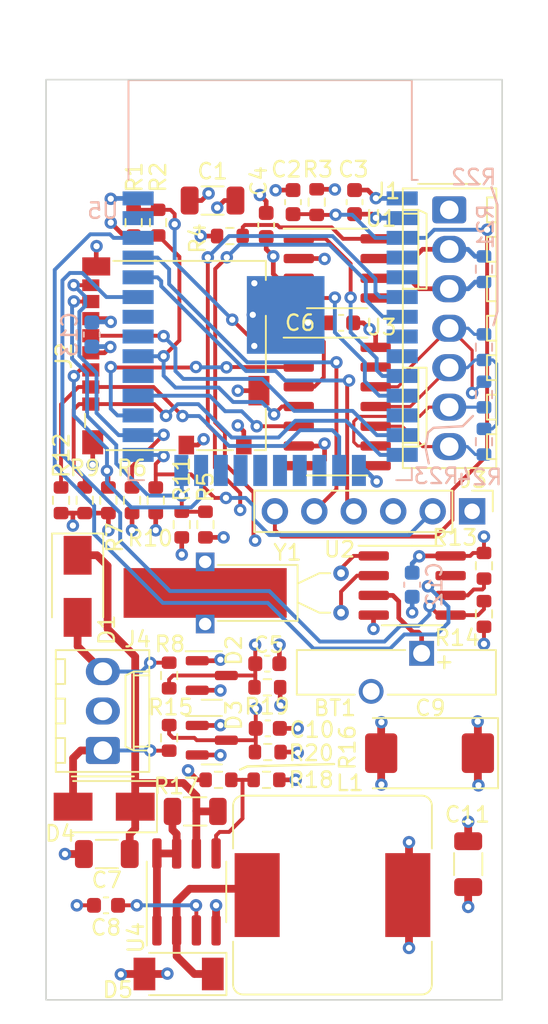
<source format=kicad_pcb>
(kicad_pcb (version 20211014) (generator pcbnew)
  (layers (0 "F.Cu" signal) (1 "In1.Cu" mixed) (2 "In2.Cu" mixed) (31 "B.Cu" signal) (34 "B.Paste" user) (35 "F.Paste" user) (36 "B.SilkS" user "B.Silkscreen") (37 "F.SilkS" user "F.Silkscreen") (38 "B.Mask" user) (39 "F.Mask" user) (44 "Edge.Cuts" user))
  (net 0 "")
  (net 1 "GND")
  (net 2 "Net-(BT1-Pad1)")
  (net 3 "Net-(C5-Pad2)")
  (net 4 "/~{RST}")
  (net 5 "+3V3")
  (net 6 "Net-(C7-Pad1)")
  (net 7 "Net-(D1-Pad2)")
  (net 8 "/IO0")
  (net 9 "/Rx")
  (net 10 "/Tx")
  (net 11 "/SDMMC.D2")
  (net 12 "/SDMMC.D1")
  (net 13 "/SDMMC.D3")
  (net 14 "/SDMMC.CMD")
  (net 15 "/SDMMC.CLK")
  (net 16 "/SDMMC.D0")
  (net 17 "Net-(R13-Pad1)")
  (net 18 "Net-(R16-Pad2)")
  (net 19 "Net-(U2-Pad2)")
  (net 20 "/CAN_D")
  (net 21 "/CAN_R")
  (net 23 "Net-(C8-Pad1)")
  (net 24 "Net-(C10-Pad2)")
  (net 25 "Net-(D4-Pad2)")
  (net 26 "Net-(D5-Pad1)")
  (net 27 "Net-(J1-Pad2)")
  (net 28 "Net-(J1-Pad3)")
  (net 29 "Net-(J1-Pad4)")
  (net 30 "Net-(J1-Pad5)")
  (net 31 "Net-(J1-Pad6)")
  (net 32 "Net-(J1-Pad7)")
  (net 33 "Net-(R2-Pad1)")
  (net 34 "Net-(R2-Pad2)")
  (net 35 "Net-(R4-Pad1)")
  (net 36 "Net-(R14-Pad1)")
  (net 37 "Net-(R17-Pad2)")
  (net 39 "Net-(U2-Pad1)")
  (net 41 "Net-(U3-Pad2)")
  (net 42 "Net-(U3-Pad5)")
  (footprint "Crystal:Crystal_AT310_D3.0mm_L10.0mm_Horizontal_1EP_style2" (layer "F.Cu") (at 147.1612 107.4016 -90)
    (fp_text reference "Y1")
    (fp_text value "32.768kHz")
  )
  (footprint "Capacitor_SMD:C_0603_1608Metric" (layer "F.Cu") (at 148.0312 83.5152 -90)
    (fp_text reference "C3")
    (fp_text value "100n")
  )
  (footprint "Resistor_SMD:R_0603_1608Metric" (layer "F.Cu") (at 130.6576 102.7072 -90)
    (fp_text reference "R9")
    (fp_text value "NF")
  )
  (footprint "Package_SO:SO-14_3.9x8.65mm_P1.27mm" (layer "F.Cu") (at 146.9136 96.6724)
    (fp_text reference "U3")
    (fp_text value "ISL83070")
  )
  (footprint "Resistor_SMD:R_0603_1608Metric" (layer "F.Cu") (at 136.906 104.2698 -90)
    (fp_text reference "R11")
    (fp_text value "10k")
  )
  (footprint "Resistor_SMD:R_0603_1608Metric" (layer "F.Cu") (at 145.5928 83.5152 90)
    (fp_text reference "R3")
    (fp_text value "51k")
  )
  (footprint "Package_TO_SOT_SMD:SOT-23" (layer "F.Cu") (at 138.8364 113.9848)
    (fp_text reference "D2")
    (fp_text value "BAS40-04")
  )
  (footprint "Capacitor_SMD:C_0603_1608Metric" (layer "F.Cu") (at 132.0292 128.778 180)
    (fp_text reference "C8")
    (fp_text value "220p")
  )
  (footprint "Resistor_SMD:R_0603_1608Metric" (layer "F.Cu") (at 140.0048 85.6996 180)
    (fp_text reference "R4")
    (fp_text value "10k")
  )
  (footprint "Connector_PinHeader_2.54mm:PinHeader_1x06_P2.54mm_Vertical" (layer "F.Cu") (at 155.6004 103.4184 -90)
    (fp_text reference "J3")
    (fp_text value "Conn_01x06")
  )
  (footprint "Capacitor_SMD:C_0603_1608Metric" (layer "F.Cu") (at 142.3416 84.9884 -90)
    (fp_text reference "C4")
    (fp_text value "100n")
  )
  (footprint "Resistor_SMD:R_0603_1608Metric" (layer "F.Cu") (at 129.1336 102.7072 -90)
    (fp_text reference "R12")
    (fp_text value "NF")
  )
  (footprint "Capacitor_SMD:C_0603_1608Metric" (layer "F.Cu") (at 144.0688 83.5152 -90)
    (fp_text reference "C2")
    (fp_text value "100n")
  )
  (footprint "Diode_SMD:D_SOD-128" (layer "F.Cu") (at 136.7028 133.1976 180)
    (fp_text reference "D5")
    (fp_text value "PMEG60T30ELP")
  )
  (footprint "Resistor_SMD:R_0603_1608Metric" (layer "F.Cu") (at 135.2296 102.7072 -90)
    (fp_text reference "R10")
    (fp_text value "10k")
  )
  (footprint "Resistor_SMD:R_1206_3216Metric" (layer "F.Cu") (at 137.7696 122.7328 180)
    (fp_text reference "R17")
    (fp_text value "0R4")
  )
  (footprint "MountingHole:MountingHole_2.2mm_M2_DIN965" (layer "F.Cu") (at 155.3464 132.6896)
    (fp_text reference "H4" hide)
    (fp_text value "MountingHole")
  )
  (footprint "Resistor_SMD:R_0603_1608Metric" (layer "F.Cu") (at 142.4432 118.9124 180)
    (fp_text reference "R20")
    (fp_text value "2k2")
  )
  (footprint "Resistor_SMD:R_0603_1608Metric" (layer "F.Cu") (at 142.4155 114.7468 180)
    (fp_text reference "R19")
    (fp_text value "2k2")
  )
  (footprint "Resistor_SMD:R_0603_1608Metric" (layer "F.Cu") (at 136.0932 113.9848 90)
    (fp_text reference "R8")
    (fp_text value "10k")
  )
  (footprint "Diode_SMD:D_SMA" (layer "F.Cu") (at 130.2004 108.2444 -90)
    (fp_text reference "D1")
    (fp_text value "MRA4003T3G")
  )
  (footprint "MountingHole:MountingHole_2.2mm_M2_DIN965" (layer "F.Cu") (at 130.3528 132.6896)
    (fp_text reference "H3" hide)
    (fp_text value "MountingHole")
  )
  (footprint "Package_SO:SOIC-8_3.9x4.9mm_P1.27mm" (layer "F.Cu") (at 151.7396 108.1936)
    (fp_text reference "U2")
    (fp_text value "PCF8523T")
  )
  (footprint "Inductor_SMD:L_Bourns_SRR1260" (layer "F.Cu") (at 146.6088 128.1176)
    (fp_text reference "L1")
    (fp_text value "100u")
  )
  (footprint "Resistor_SMD:R_0603_1608Metric" (layer "F.Cu") (at 132.1816 102.7072 -90)
    (fp_text reference "R7")
    (fp_text value "NF")
  )
  (footprint "Diode_SMD:D_SMA" (layer "F.Cu") (at 131.9088 122.428 180)
    (fp_text reference "D4")
    (fp_text value "MRA4003T3G")
  )
  (footprint "Capacitor_SMD:C_0603_1608Metric" (layer "F.Cu") (at 147.1676 91.2876)
    (fp_text reference "C6")
    (fp_text value "100n")
  )
  (footprint "Capacitor_Tantalum_SMD:CP_EIA-7343-31_Kemet-D" (layer "F.Cu") (at 152.8572 118.984 180)
    (fp_text reference "C9")
    (fp_text value "100u")
  )
  (footprint "MountingHole:MountingHole_2.2mm_M2_DIN965" (layer "F.Cu") (at 155.3464 77.8256)
    (fp_text reference "H2" hide)
    (fp_text value "MountingHole")
  )
  (footprint "Package_TO_SOT_SMD:SOT-23" (layer "F.Cu") (at 138.8364 118.1504)
    (fp_text reference "D3")
    (fp_text value "BAS40-04")
  )
  (footprint "Connector_Card:microSD_HC_Molex_104031-0811" (layer "F.Cu") (at 136.4996 93.4108 90)
    (fp_text reference "J2")
    (fp_text value "Molex_104031-0811")
  )
  (footprint "Battery:Battery_Panasonic_CR1220-VCN_Vertical_CircularHoles" (layer "F.Cu") (at 152.3486 112.5566 180)
    (fp_text reference "BT1")
    (fp_text value "BR1225")
  )
  (footprint "Capacitor_SMD:C_1206_3216Metric" (layer "F.Cu") (at 132.08 125.476 180)
    (fp_text reference "C7")
    (fp_text value "10u")
  )
  (footprint "Resistor_SMD:R_0603_1608Metric" (layer "F.Cu") (at 138.43 104.2698 -90)
    (fp_text reference "R5")
    (fp_text value "NF")
  )
  (footprint "Resistor_SMD:R_0603_1608Metric" (layer "F.Cu") (at 139.2682 120.7008)
    (fp_text reference "R16")
    (fp_text value "2k2")
  )
  (footprint "Capacitor_SMD:C_0603_1608Metric" (layer "F.Cu") (at 142.4155 113.2228 180)
    (fp_text reference "C5")
    (fp_text value "100n")
  )
  (footprint "Resistor_SMD:R_0603_1608Metric" (layer "F.Cu") (at 156.3624 106.9236 90)
    (fp_text reference "R13")
    (fp_text value "10k")
  )
  (footprint "Resistor_SMD:R_0603_1608Metric" (layer "F.Cu") (at 133.8072 84.836 -90)
    (fp_text reference "R1")
    (fp_text value "10k")
  )
  (footprint "Connector_Molex:Molex_KK-254_AE-6410-03A_1x03_P2.54mm_Vertical" (layer "F.Cu") (at 131.826 118.8108 90)
    (fp_text reference "J4")
    (fp_text value "Conn_01x03")
  )
  (footprint "Package_SO:SOIC-8_3.9x4.9mm_P1.27mm" (layer "F.Cu") (at 137.2108 127.9144 90)
    (fp_text reference "U4")
    (fp_text value "MC33063AD")
  )
  (footprint "Capacitor_SMD:C_0603_1608Metric" (layer "F.Cu") (at 142.4432 117.3884 180)
    (fp_text reference "C10")
    (fp_text value "100n")
  )
  (footprint "Resistor_SMD:R_0603_1608Metric" (layer "F.Cu") (at 136.0932 117.998 -90)
    (fp_text reference "R15")
    (fp_text value "10k")
  )
  (footprint "Resistor_SMD:R_0603_1608Metric" (layer "F.Cu") (at 142.3609 120.7008)
    (fp_text reference "R18")
    (fp_text value "3k6")
  )
  (footprint "Capacitor_SMD:C_1206_3216Metric" (layer "F.Cu") (at 155.3464 126.126 -90)
    (fp_text reference "C11")
    (fp_text value "10u")
  )
  (footprint "Capacitor_SMD:C_1206_3216Metric" (layer "F.Cu") (at 138.8872 83.4136 180)
    (fp_text reference "C1")
    (fp_text value "10u")
  )
  (footprint "Resistor_SMD:R_0603_1608Metric" (layer "F.Cu") (at 156.3624 110.0224 -90)
    (fp_text reference "R14")
    (fp_text value "10k")
  )
  (footprint "Package_SO:SOIC-8_3.9x4.9mm_P1.27mm" (layer "F.Cu") (at 146.9136 87.7824)
    (fp_text reference "U1")
    (fp_text value "SN65HVD230")
  )
  (footprint "Resistor_SMD:R_0603_1608Metric" (layer "F.Cu") (at 135.382 84.836 -90)
    (fp_text reference "R2")
    (fp_text value "NF")
  )
  (footprint "MountingHole:MountingHole_2.2mm_M2_DIN965" (layer "F.Cu") (at 130.3528 77.8256)
    (fp_text reference "H1" hide)
    (fp_text value "MountingHole")
  )
  (footprint "Connector_Molex:Molex_KK-254_AE-6410-07A_1x07_P2.54mm_Vertical" (layer "F.Cu") (at 154.1272 84.0128 -90)
    (fp_text reference "J1")
    (fp_text value "Conn_01x07")
  )
  (footprint "Resistor_SMD:R_0603_1608Metric" (layer "F.Cu") (at 133.7056 102.7072 -90)
    (fp_text reference "R6")
    (fp_text value "NF")
  )
  (footprint "Resistor_SMD:R_0603_1608Metric" (layer "B.Cu") (at 156.3624 87.8332 -90)
    (fp_text reference "R21")
    (fp_text value "120R")
  )
  (footprint "Capacitor_SMD:C_0603_1608Metric" (layer "B.Cu") (at 131.1148 92.0392 -90)
    (fp_text reference "C13")
    (fp_text value "100n")
  )
  (footprint "RF_Module:ESP32-WROOM-32" (layer "B.Cu") (at 142.5956 91.5312 180)
    (fp_text reference "U5")
    (fp_text value "ESP32-WROOM-32E")
  )
  (footprint "Resistor_SMD:R_0603_1608Metric" (layer "B.Cu") (at 156.3624 92.852 90)
    (fp_text reference "R22")
    (fp_text value "120R")
  )
  (footprint "Resistor_SMD:R_0603_1608Metric" (layer "B.Cu") (at 156.3624 95.9 -90)
    (fp_text reference "R23")
    (fp_text value "NF")
  )
  (footprint "Capacitor_SMD:C_0603_1608Metric" (layer "B.Cu") (at 151.7396 108.1428 90)
    (fp_text reference "C12")
    (fp_text value "100n")
  )
  (footprint "Resistor_SMD:R_0603_1608Metric" (layer "B.Cu") (at 156.3624 98.9358 -90)
    (fp_text reference "R24")
    (fp_text value "NF")
  )
  (gr_line (start 152.6032 99.314) (end 152.7556 98.3488) (layer "B.SilkS") (width 0.15))
  (gr_line (start 152.7556 98.3488) (end 153.1112 98.044) (layer "B.SilkS") (width 0.15))
  (gr_line (start 153.1112 98.044) (end 154.9908 97.9424) (layer "B.SilkS") (width 0.15))
  (gr_line (start 157.226 90.551) (end 156.972 91.44) (layer "B.SilkS") (width 0.15))
  (gr_line (start 152.8064 100.33) (end 152.6032 99.314) (layer "B.SilkS") (width 0.15))
  (gr_line (start 156.845 82.55) (end 157.226 83.693) (layer "B.SilkS") (width 0.15))
  (gr_line (start 154.9908 97.9424) (end 155.6512 97.282) (layer "B.SilkS") (width 0.15))
  (gr_line (start 157.226 83.693) (end 157.226 90.551) (layer "B.SilkS") (width 0.15))
  (gr_line (start 140.6652 120.0404) (end 141.1224 119.8372) (layer "F.SilkS") (width 0.15))
  (gr_line (start 141.1224 119.8372) (end 146.7104 119.6848) (layer "F.SilkS") (width 0.15))
  (gr_rect (start 128.1684 75.6308) (end 157.5308 134.8636) (layer "Edge.Cuts") (width 0.1) (fill none))
  (segment (start 134.5028 133.1976) (end 133.0086 133.1976) (width 0.5) (layer "F.Cu") (net 1))
  (segment (start 144.0688 82.7402) (end 142.9642 82.7402) (width 0.3) (layer "F.Cu") (net 1))
  (segment (start 144.4386 100.4824) (end 145.7452 100.4824) (width 0.3) (layer "F.Cu") (net 1))
  (segment (start 131.2542 128.778) (end 130.1496 128.778) (width 0.25) (layer "F.Cu") (net 1))
  (segment (start 140.5184 95.6508) (end 140.5128 95.6564) (width 0.3) (layer "F.Cu") (net 1))
  (segment (start 149.2646 110.0986) (end 149.2504 110.1128) (width 0.3) (layer "F.Cu") (net 1))
  (segment (start 131.3996 86.3696) (end 131.4196 86.3496) (width 0.3) (layer "F.Cu") (net 1))
  (segment (start 146.0754 87.1474) (end 146.1008 87.1728) (width 0.3) (layer "F.Cu") (net 1))
  (segment (start 149.2504 110.1128) (end 149.2504 110.9876) (width 0.3) (layer "F.Cu") (net 1))
  (segment (start 143.2682 118.9124) (end 144.3228 118.9124) (width 0.3) (layer "F.Cu") (net 1))
  (segment (start 139.1798 85.6996) (end 138.1252 85.6996) (width 0.3) (layer "F.Cu") (net 1))
  (segment (start 139.38 117.2004) (end 139.3952 117.1852) (width 0.3) (layer "F.Cu") (net 1))
  (segment (start 143.2182 117.3884) (end 144.3736 117.3884) (width 0.3) (layer "F.Cu") (net 1))
  (segment (start 132.1234 91.0158) (end 132.334 91.2264) (width 0.3) (layer "F.Cu") (net 1))
  (segment (start 133.159 85.661) (end 132.334 84.836) (width 0.3) (layer "F.Cu") (net 1))
  (segment (start 137.922 120.7008) (end 137.3124 120.0912) (width 0.3) (layer "F.Cu") (net 1))
  (segment (start 144.3228 118.9124) (end 144.3736 118.9632) (width 0.3) (layer "F.Cu") (net 1))
  (segment (start 142.3416 84.2134) (end 142.3416 83.4644) (width 0.3) (layer "F.Cu") (net 1))
  (segment (start 137.8989 113.0348) (end 139.3292 113.0348) (width 0.3) (layer "F.Cu") (net 1))
  (segment (start 149.7447 120.9919) (end 149.7584 121.0056) (width 0.5) (layer "F.Cu") (net 1))
  (segment (start 142.9642 82.7402) (end 142.9512 82.7532) (width 0.3) (layer "F.Cu") (net 1))
  (segment (start 140.8996 98.2784) (end 140.5128 97.8916) (width 0.3) (layer "F.Cu") (net 1))
  (segment (start 143.2405 115.8997) (end 143.256 115.9152) (width 0.3) (layer "F.Cu") (net 1))
  (segment (start 137.1996 99.1508) (end 137.940785 99.1508) (width 0.3) (layer "F.Cu") (net 1))
  (segment (start 143.1905 113.2228) (end 143.1905 112.0183) (width 0.3) (layer "F.Cu") (net 1))
  (segment (start 149.7447 118.984) (end 149.7447 120.9919) (width 0.5) (layer "F.Cu") (net 1))
  (segment (start 149.7447 118.984) (end 149.7447 117.0061) (width 0.5) (layer "F.Cu") (net 1))
  (segment (start 133.0086 133.1976) (end 132.9832 133.223) (width 0.5) (layer "F.Cu") (net 1))
  (segment (start 144.4386 87.1474) (end 146.0754 87.1474) (width 0.3) (layer "F.Cu") (net 1))
  (segment (start 133.8072 85.661) (end 133.159 85.661) (width 0.3) (layer "F.Cu") (net 1))
  (segment (start 139.3292 113.0348) (end 139.3952 112.9688) (width 0.3) (layer "F.Cu") (net 1))
  (segment (start 143.1905 112.0183) (end 143.2052 112.0036) (width 0.3) (layer "F.Cu") (net 1))
  (segment (start 145.9484 99.2124) (end 146.1008 99.06) (width 0.3) (layer "F.Cu") (net 1))
  (segment (start 144.4386 99.2124) (end 145.9484 99.2124) (width 0.3) (layer "F.Cu") (net 1))
  (segment (start 137.4122 83.4136) (end 138.176 83.4136) (width 0.3) (layer "F.Cu") (net 1))
  (segment (start 135.955 133.1976) (end 135.9804 133.1722) (width 0.5) (layer "F.Cu") (net 1))
  (segment (start 148.8818 82.7402) (end 148.0312 82.7402) (width 0.3) (layer "F.Cu") (net 1))
  (segment (start 149.4028 83.2612) (end 148.8818 82.7402) (width 0.3) (layer "F.Cu") (net 1))
  (segment (start 146.1008 100.1268) (end 146.1008 99.06) (width 0.3) (layer "F.Cu") (net 1))
  (segment (start 139.1158 130.3894) (end 139.1158 128.778) (width 0.5) (layer "F.Cu") (net 1))
  (segment (start 141.8746 95.6508) (end 140.5184 95.6508) (width 0.3) (layer "F.Cu") (net 1))
  (segment (start 137.940785 99.1508) (end 138.3151 98.776485) (width 0.3) (layer "F.Cu") (net 1))
  (segment (start 131.1746 100.4122) (end 131.1656 100.4212) (width 0.3) (layer "F.Cu") (net 1))
  (segment (start 138.4432 120.7008) (end 137.922 120.7008) (width 0.3) (layer "F.Cu") (net 1))
  (segment (start 131.0496 91.0158) (end 132.1234 91.0158) (width 0.3) (layer "F.Cu") (net 1))
  (segment (start 138.176 83.4136) (end 138.6332 82.9564) (width 0.3) (layer "F.Cu") (net 1))
  (segment (start 146.3926 91.2876) (end 145.034 91.2876) (width 0.25) (layer "F.Cu") (net 1))
  (segment (start 136.906 105.0948) (end 136.906 106.2002) (width 0.3) (layer "F.Cu") (net 1))
  (segment (start 155.3464 127.601) (end 155.3464 128.8796) (width 0.5) (layer "F.Cu") (net 1))
  (segment (start 137.8989 117.2004) (end 139.38 117.2004) (width 0.3) (layer "F.Cu") (net 1))
  (segment (start 145.7452 100.4824) (end 146.1008 100.1268) (width 0.3) (layer "F.Cu") (net 1))
  (segment (start 140.8996 99.1508) (end 140.8996 98.2784) (width 0.3) (layer "F.Cu") (net 1))
  (segment (start 142.3416 83.4644) (end 141.9352 83.058) (width 0.3) (layer "F.Cu") (net 1))
  (segment (start 131.3996 87.6558) (end 131.3996 86.3696) (width 0.3) (layer "F.Cu") (net 1))
  (segment (start 134.5028 133.1976) (end 135.955 133.1976) (width 0.5) (layer "F.Cu") (net 1))
  (segment (start 131.1746 98.9758) (end 131.1746 100.4122) (width 0.3) (layer "F.Cu") (net 1))
  (segment (start 130.605 125.476) (end 129.3876 125.476) (width 0.5) (layer "F.Cu") (net 1))
  (segment (start 143.2405 114.7468) (end 143.2405 115.8997) (width 0.3) (layer "F.Cu") (net 1))
  (segment (start 149.7447 117.0061) (end 149.7584 116.9924) (width 0.5) (layer "F.Cu") (net 1))
  (via (at 139.3952 117.1852) (size 0.8) (drill 0.4) (layers "F.Cu" "B.Cu") (net 1))
  (via (at 139.1158 128.778) (size 0.8) (drill 0.4) (layers "F.Cu" "B.Cu") (net 1))
  (via (at 138.3151 98.776485) (size 0.8) (drill 0.4) (layers "F.Cu" "B.Cu") (net 1))
  (via (at 149.4536 101.4984) (size 0.8) (drill 0.4) (layers "F.Cu" "B.Cu") (net 1))
  (via (at 144.3736 118.9632) (size 0.8) (drill 0.4) (layers "F.Cu" "B.Cu") (net 1))
  (via (at 130.1496 128.778) (size 0.8) (drill 0.4) (layers "F.Cu" "B.Cu") (net 1))
  (via (at 151.7396 109.9208) (size 0.8) (drill 0.4) (layers "F.Cu" "B.Cu") (net 1))
  (via (at 138.1252 85.6996) (size 0.8) (drill 0.4) (layers "F.Cu" "B.Cu") (net 1))
  (via (at 137.3124 120.0912) (size 0.8) (drill 0.4) (layers "F.Cu" "B.Cu") (net 1))
  (via (at 141.478 90.7692) (size 0.8) (drill 0.4) (layers "F.Cu" "B.Cu") (net 1))
  (via (at 141.574516 92.7741) (size 0.8) (drill 0.4) (layers "F.Cu" "B.Cu") (net 1))
  (via (at 131.4196 86.3496) (size 0.8) (drill 0.4) (layers "F.Cu" "B.Cu") (net 1))
  (via (at 140.5128 97.8916) (size 0.8) (drill 0.4) (layers "F.Cu" "B.Cu") (net 1))
  (via (at 136.906 106.2002) (size 0.8) (drill 0.4) (layers "F.Cu" "B.Cu") (net 1))
  (via (at 140.5128 95.6564) (size 0.8) (drill 0.4) (layers "F.Cu" "B.Cu") (net 1))
  (via (at 144.3736 117.3884) (size 0.8) (drill 0.4) (layers "F.Cu" "B.Cu") (net 1))
  (via (at 143.256 115.9152) (size 0.8) (drill 0.4) (layers "F.Cu" "B.Cu") (net 1))
  (via (at 149.2504 110.9876) (size 0.8) (drill 0.4) (layers "F.Cu" "B.Cu") (net 1))
  (via (at 149.7584 116.9924) (size 0.8) (drill 0.4) (layers "F.Cu" "B.Cu") (net 1))
  (via (at 132.334 83.3016) (size 0.8) (drill 0.4) (layers "F.Cu" "B.Cu") (net 1))
  (via (at 142.9512 82.7532) (size 0.8) (drill 0.4) (layers "F.Cu" "B.Cu") (net 1))
  (via (at 149.4028 83.2612) (size 0.8) (drill 0.4) (layers "F.Cu" "B.Cu") (net 1))
  (via (at 131.1656 100.4212) (size 0.8) (drill 0.4) (layers "F.Cu" "B.Cu") (net 1))
  (via (at 141.9352 83.058) (size 0.8) (drill 0.4) (layers "F.Cu" "B.Cu") (net 1))
  (via (at 129.3876 125.476) (size 0.8) (drill 0.4) (layers "F.Cu" "B.Cu") (net 1))
  (via (at 143.2052 112.0036) (size 0.8) (drill 0.4) (layers "F.Cu" "B.Cu") (net 1))
  (via (at 139.3952 112.9688) (size 0.8) (drill 0.4) (layers "F.Cu" "B.Cu") (net 1))
  (via (at 132.9832 133.223) (size 0.8) (drill 0.4) (layers "F.Cu" "B.Cu") (net 1))
  (via (at 155.3464 128.8796) (size 0.8) (drill 0.4) (layers "F.Cu" "B.Cu") (net 1))
  (via (at 146.1008 99.06) (size 0.8) (drill 0.4) (layers "F.Cu" "B.Cu") (net 1))
  (via (at 146.1008 87.1728) (size 0.8) (drill 0.4) (layers "F.Cu" "B.Cu") (net 1))
  (via (at 145.034 91.2876) (size 0.8) (drill 0.4) (layers "F.Cu" "B.Cu") (net 1))
  (via (at 135.9804 133.1722) (size 0.8) (drill 0.4) (layers "F.Cu" "B.Cu") (net 1))
  (via (at 141.5796 88.7372) (size 0.8) (drill 0.4) (layers "F.Cu" "B.Cu") (net 1))
  (via (at 149.7584 121.0056) (size 0.8) (drill 0.4) (layers "F.Cu" "B.Cu") (net 1))
  (via (at 132.334 84.836) (size 0.8) (drill 0.4) (layers "F.Cu" "B.Cu") (net 1))
  (via (at 138.6332 82.9564) (size 0.8) (drill 0.4) (layers "F.Cu" "B.Cu") (net 1))
  (via (at 132.334 91.2264) (size 0.8) (drill 0.4) (layers "F.Cu" "B.Cu") (net 1))
  (segment (start 149.4178 83.2762) (end 149.4028 83.2612) (width 0.3) (layer "B.Cu") (net 1))
  (segment (start 141.5796 88.7602) (end 141.5796 88.7372) (width 0.3) (layer "B.Cu") (net 1))
  (segment (start 143.5956 90.7762) (end 141.485 90.7762) (width 0.3) (layer "B.Cu") (net 1))
  (segment (start 148.3106 100.7862) (end 148.7414 100.7862) (width 0.3) (layer "B.Cu") (net 1))
  (segment (start 132.334 91.2264) (end 131.1526 91.2264) (width 0.3) (layer "B.Cu") (net 1))
  (segment (start 141.5977 92.7741) (end 141.574516 92.7741) (width 0.3) (layer "B.Cu") (net 1))
  (segment (start 151.0956 83.2762) (end 149.4178 83.2762) (width 0.3) (layer "B.Cu") (net 1))
  (segment (start 151.7396 108.9178) (end 151.7396 109.9208) (width 0.3) (layer "B.Cu") (net 1))
  (segment (start 143.5956 90.7762) (end 141.5977 92.7741) (width 0.3) (layer "B.Cu") (net 1))
  (segment (start 134.0956 83.2762) (end 132.3594 83.2762) (width 0.3) (layer "B.Cu") (net 1))
  (segment (start 141.485 90.7762) (end 141.478 90.7692) (width 0.3) (layer "B.Cu") (net 1))
  (segment (start 143.5956 90.7762) (end 141.5796 88.7602) (width 0.3) (layer "B.Cu") (net 1))
  (segment (start 131.1526 91.2264) (end 131.1148 91.2642) (width 0.3) (layer "B.Cu") (net 1))
  (segment (start 148.7414 100.7862) (end 149.4536 101.4984) (width 0.3) (layer "B.Cu") (net 1))
  (segment (start 132.3594 83.2762) (end 132.334 83.3016) (width 0.3) (layer "B.Cu") (net 1))
  (segment (start 150.876 109.2096) (end 150.876 110.2764) (width 0.3) (layer "F.Cu") (net 2))
  (segment (start 152.146 111.1908) (end 152.3492 111.394) (width 0.3) (layer "F.Cu") (net 2))
  (segment (start 152.3492 111.394) (end 152.3486 111.3946) (width 0.3) (layer "F.Cu") (net 2))
  (segment (start 152.3486 111.3946) (end 152.3486 112.5566) (width 0.3) (layer "F.Cu") (net 2))
  (segment (start 149.2646 108.8286) (end 150.495 108.8286) (width 0.3) (layer "F.Cu") (net 2))
  (segment (start 150.495 108.8286) (end 150.876 109.2096) (width 0.3) (layer "F.Cu") (net 2))
  (segment (start 150.876 110.2764) (end 151.7904 111.1908) (width 0.3) (layer "F.Cu") (net 2))
  (segment (start 151.7904 111.1908) (end 152.146 111.1908) (width 0.3) (layer "F.Cu") (net 2))
  (segment (start 139.6824 98.3312) (end 139.058511 97.707311) (width 0.25) (layer "F.Cu") (net 3))
  (segment (start 141.522102 102.202902) (end 139.6824 100.3632) (width 0.25) (layer "F.Cu") (net 3))
  (segment (start 136.0932 114.8098) (end 136.0932 114.2388) (width 0.25) (layer "F.Cu") (net 3))
  (segment (start 141.6405 114.6968) (end 141.5905 114.7468) (width 0.25) (layer "F.Cu") (net 3))
  (segment (start 141.6405 113.9747) (end 141.6405 114.6968) (width 0.25) (layer "F.Cu") (net 3))
  (segment (start 139.7739 113.9848) (end 141.6304 113.9848) (width 0.25) (layer "F.Cu") (net 3))
  (segment (start 136.0932 114.2388) (end 136.3472 113.9848) (width 0.25) (layer "F.Cu") (net 3))
  (segment (start 141.522102 105.189702) (end 141.522102 102.202902) (width 0.25) (layer "F.Cu") (net 3))
  (segment (start 141.6304 105.298) (end 141.522102 105.189702) (width 0.25) (layer "F.Cu") (net 3))
  (segment (start 136.3472 113.9848) (end 139.7739 113.9848) (width 0.25) (layer "F.Cu") (net 3))
  (segment (start 139.6824 100.3632) (end 139.6824 98.3312) (width 0.25) (layer "F.Cu") (net 3))
  (segment (start 139.058511 97.707311) (end 139.058511 87.81429) (width 0.25) (layer "F.Cu") (net 3))
  (segment (start 141.6304 113.9848) (end 141.6405 113.9747) (width 0.25) (layer "F.Cu") (net 3))
  (segment (start 141.6405 112.0137) (end 141.6304 112.0036) (width 0.25) (layer "F.Cu") (net 3))
  (segment (start 141.6405 113.2228) (end 141.6405 112.0137) (width 0.25) (layer "F.Cu") (net 3))
  (segment (start 139.058511 87.81429) (end 139.804925 87.067876) (width 0.25) (layer "F.Cu") (net 3))
  (segment (start 141.6405 113.2228) (end 141.6405 113.9747) (width 0.25) (layer "F.Cu") (net 3))
  (via (at 141.6304 105.298) (size 0.8) (drill 0.4) (layers "F.Cu" "B.Cu") (net 3))
  (via (at 139.804925 87.067876) (size 0.8) (drill 0.4) (layers "F.Cu" "B.Cu") (net 3))
  (via (at 141.6304 112.0036) (size 0.8) (drill 0.4) (layers "F.Cu" "B.Cu") (net 3))
  (segment (start 148.7531 88.5845) (end 146.427 86.2584) (width 0.25) (layer "B.Cu") (net 3))
  (segment (start 148.7531 89.8037) (end 148.7531 88.5845) (width 0.25) (layer "B.Cu") (net 3))
  (segment (start 151.0956 90.8962) (end 149.8456 90.8962) (width 0.25) (layer "B.Cu") (net 3))
  (segment (start 140.614402 86.2584) (end 139.804925 87.067876) (width 0.25) (layer "B.Cu") (net 3))
  (segment (start 149.8456 90.8962) (end 148.7531 89.8037) (width 0.25) (layer "B.Cu") (net 3))
  (segment (start 146.427 86.2584) (end 140.614402 86.2584) (width 0.25) (layer "B.Cu") (net 3))
  (segment (start 153.265179 105.042421) (end 154.3304 103.9772) (width 0.25) (layer "F.Cu") (net 4))
  (segment (start 144.0688 84.2902) (end 145.5428 84.2902) (width 0.25) (layer "F.Cu") (net 4))
  (segment (start 145.5928 84.3402) (end 146.7998 84.3402) (width 0.25) (layer "F.Cu") (net 4))
  (segment (start 146.7998 84.3402) (end 146.812 84.328) (width 0.25) (layer "F.Cu") (net 4))
  (segment (start 156.5656 89.0928) (end 156.5656 85.2932) (width 0.25) (layer "F.Cu") (net 4))
  (segment (start 154.3304 103.9772) (end 154.3304 102.0468) (width 0.25) (layer "F.Cu") (net 4))
  (segment (start 154.3304 102.0468) (end 156.5656 99.8116) (width 0.25) (layer "F.Cu") (net 4))
  (segment (start 142.9004 103.4184) (end 142.9004 104.620481) (width 0.25) (layer "F.Cu") (net 4))
  (segment (start 142.9004 104.620481) (end 143.32234 105.042421) (width 0.25) (layer "F.Cu") (net 4))
  (segment (start 156.5656 99.8116) (end 156.5656 89.0928) (width 0.25) (layer "F.Cu") (net 4))
  (segment (start 143.32234 105.042421) (end 153.265179 105.042421) (width 0.25) (layer "F.Cu") (net 4))
  (segment (start 145.5428 84.2902) (end 145.5928 84.3402) (width 0.25) (layer "F.Cu") (net 4))
  (via (at 146.812 84.328) (size 0.8) (drill 0.4) (layers "F.Cu" "B.Cu") (net 4))
  (via (at 156.5656 85.2932) (size 0.8) (drill 0.4) (layers "F.Cu" "B.Cu") (net 4))
  (segment (start 147.8788 84.328) (end 149.367 85.8162) (width 0.25) (layer "B.Cu") (net 4))
  (segment (start 146.812 84.328) (end 147.8788 84.328) (width 0.25) (layer "B.Cu") (net 4))
  (segment (start 153.162 85.2932) (end 152.639 85.8162) (width 0.25) (layer "B.Cu") (net 4))
  (segment (start 156.5656 85.2932) (end 153.162 85.2932) (width 0.25) (layer "B.Cu") (net 4))
  (segment (start 152.639 85.8162) (end 151.0956 85.8162) (width 0.25) (layer "B.Cu") (net 4))
  (segment (start 149.367 85.8162) (end 151.0956 85.8162) (width 0.25) (layer "B.Cu") (net 4))
  (segment (start 139.38 119.1004) (end 139.3952 119.1156) (width 0.3) (layer "F.Cu") (net 5))
  (segment (start 135.2296 103.5322) (end 135.2296 104.6376) (width 0.3) (layer "F.Cu") (net 5))
  (segment (start 156.3624 110.8474) (end 156.3624 111.9528) (width 0.25) (layer "F.Cu") (net 5))
  (segment (start 152.2222 106.2886) (end 152.1968 106.314) (width 0.3) (layer "F.Cu") (net 5))
  (segment (start 156.3624 106.0986) (end 156.3624 105.044) (width 0.25) (layer "F.Cu") (net 5))
  (segment (start 129.1336 103.5322) (end 130.6576 103.5322) (width 0.3) (layer "F.Cu") (net 5))
  (segment (start 145.5928 82.6902) (end 146.749 82.6902) (width 0.3) (layer "F.Cu") (net 5))
  (segment (start 154.2146 106.2886) (end 155.4734 106.2886) (width 0.25) (layer "F.Cu") (net 5))
  (segment (start 133.7056 103.5322) (end 133.7056 104.6376) (width 0.3) (layer "F.Cu") (net 5))
  (segment (start 155.9697 121.0193) (end 156.0068 121.0564) (width 0.5) (layer "F.Cu") (net 5))
  (segment (start 148.59 91.2876) (end 148.9964 91.694) (width 0.3) (layer "F.Cu") (net 5))
  (segment (start 155.9697 118.984) (end 155.9697 116.9553) (width 0.5) (layer "F.Cu") (net 5))
  (segment (start 142.3416 86.5499) (end 142.3416 85.7634) (width 0.3) (layer "F.Cu") (net 5))
  (segment (start 155.6634 106.0986) (end 156.3624 106.0986) (width 0.25) (layer "F.Cu") (net 5))
  (segment (start 155.9697 118.984) (end 155.9697 121.0193) (width 0.5) (layer "F.Cu") (net 5))
  (segment (start 149.1618 84.2902) (end 148.0312 84.2902) (width 0.3) (layer "F.Cu") (net 5))
  (segment (start 137.8989 119.1004) (end 139.38 119.1004) (width 0.3) (layer "F.Cu") (net 5))
  (segment (start 142.7988 87.0071) (end 142.3416 86.5499) (width 0.3) (layer "F.Cu") (net 5))
  (segment (start 143.0782 88.4174) (end 142.7988 88.138) (width 0.3) (layer "F.Cu") (net 5))
  (segment (start 149.3886 92.0862) (end 148.9964 91.694) (width 0.3) (layer "F.Cu") (net 5))
  (segment (start 129.8956 103.5322) (end 129.8956 104.3328) (width 0.3) (layer "F.Cu") (net 5))
  (segment (start 138.43 105.0948) (end 139.5984 105.0948) (width 0.3) (layer "F.Cu") (net 5))
  (segment (start 131.0496 93.2158) (end 131.931035 93.2158) (width 0.3) (layer "F.Cu") (net 5))
  (segment (start 155.4734 106.2886) (end 155.6634 106.0986) (width 0.25) (layer "F.Cu") (net 5))
  (segment (start 146.749 82.6902) (end 146.7612 82.7024) (width 0.3) (layer "F.Cu") (net 5))
  (segment (start 139.38 114.9348) (end 139.3952 114.95) (width 0.3) (layer "F.Cu") (net 5))
  (segment (start 144.4386 88.4174) (end 143.0782 88.4174) (width 0.3) (layer "F.Cu") (net 5))
  (segment (start 151.5364 124.714) (end 151.5364 128.04) (width 0.5) (layer "F.Cu") (net 5))
  (segment (start 137.8989 114.9348) (end 139.38 114.9348) (width 0.3) (layer "F.Cu") (net 5))
  (segment (start 132.1816 103.5322) (end 132.1816 104.6376) (width 0.3) (layer "F.Cu") (net 5))
  (segment (start 140.3622 83.4136) (end 139.6492 83.4136) (width 0.3) (layer "F.Cu") (net 5))
  (segment (start 129.1336 103.5322) (end 129.8956 103.5322) (width 0.3) (layer "F.Cu") (net 5))
  (segment (start 151.5364 128.04) (end 151.4588 128.1176) (width 0.5) (layer "F.Cu") (net 5))
  (segment (start 151.5364 131.5212) (end 151.5364 128.1952) (width 0.5) (layer "F.Cu") (net 5))
  (segment (start 155.3464 124.651) (end 155.3464 123.3932) (width 0.5) (layer "F.Cu") (net 5))
  (segment (start 139.6492 83.4136) (end 139.192 83.8708) (width 0.3) (layer "F.Cu") (net 5))
  (segment (start 149.3886 92.8624) (end 149.3886 92.0862) (width 0.3) (layer "F.Cu") (net 5))
  (segment (start 155.9697 116.9553) (end 155.956 116.9416) (width 0.5) (layer "F.Cu") (net 5))
  (segment (start 154.2146 106.2886) (end 152.2222 106.2886) (width 0.3) (layer "F.Cu") (net 5))
  (segment (start 130.6576 103.5322) (end 132.1816 103.5322) (width 0.3) (layer "F.Cu") (net 5))
  (segment (start 143.1859 120.7008) (end 144.2405 120.7008) (width 0.3) (layer "F.Cu") (net 5))
  (segment (start 131.931035 93.2158) (end 132.306535 92.8403) (width 0.3) (layer "F.Cu") (net 5))
  (segment (start 151.5364 128.1952) (end 151.4588 128.1176) (width 0.5) (layer "F.Cu") (net 5))
  (segment (start 149.4028 84.5312) (end 149.1618 84.2902) (width 0.3) (layer "F.Cu") (net 5))
  (segment (start 147.9426 91.2876) (end 148.59 91.2876) (width 0.3) (layer "F.Cu") (net 5))
  (segment (start 142.7988 88.138) (end 142.7988 87.0071) (width 0.3) (layer "F.Cu") (net 5))
  (via (at 139.5984 105.0948) (size 0.8) (drill 0.4) (layers "F.Cu" "B.Cu") (net 5))
  (via (at 129.8956 104.3328) (size 0.8) (drill 0.4) (layers "F.Cu" "B.Cu") (net 5))
  (via (at 144.2405 120.7008) (size 0.8) (drill 0.4) (layers "F.Cu" "B.Cu") (net 5))
  (via (at 155.956 116.9416) (size 0.8) (drill 0.4) (layers "F.Cu" "B.Cu") (net 5))
  (via (at 148.9964 91.694) (size 0.8) (drill 0.4) (layers "F.Cu" "B.Cu") (net 5))
  (via (at 132.1816 104.6376) (size 0.8) (drill 0.4) (layers "F.Cu" "B.Cu") (net 5))
  (via (at 133.7056 104.6376) (size 0.8) (drill 0.4) (layers "F.Cu" "B.Cu") (net 5))
  (via (at 151.5364 124.714) (size 0.8) (drill 0.4) (layers "F.Cu" "B.Cu") (net 5))
  (via (at 156.3624 105.044) (size 0.8) (drill 0.4) (layers "F.Cu" "B.Cu") (net 5))
  (via (at 151.5364 131.5212) (size 0.8) (drill 0.4) (layers "F.Cu" "B.Cu") (net 5))
  (via (at 132.306535 92.8403) (size 0.8) (drill 0.4) (layers "F.Cu" "B.Cu") (net 5))
  (via (at 156.3624 111.9528) (size 0.8) (drill 0.4) (layers "F.Cu" "B.Cu") (net 5))
  (via (at 156.0068 121.0564) (size 0.8) (drill 0.4) (layers "F.Cu" "B.Cu") (net 5))
  (via (at 152.1968 106.314) (size 0.8) (drill 0.4) (layers "F.Cu" "B.Cu") (net 5))
  (via (at 146.7612 82.7024) (size 0.8) (drill 0.4) (layers "F.Cu" "B.Cu") (net 5))
  (via (at 149.4028 84.5312) (size 0.8) (drill 0.4) (layers "F.Cu" "B.Cu") (net 5))
  (via (at 139.3952 119.1156) (size 0.8) (drill 0.4) (layers "F.Cu" "B.Cu") (net 5))
  (via (at 139.3952 114.95) (size 0.8) (drill 0.4) (layers "F.Cu" "B.Cu") (net 5))
  (via (at 155.3464 123.3932) (size 0.8) (drill 0.4) (layers "F.Cu" "B.Cu") (net 5))
  (via (at 135.2296 104.6376) (size 0.8) (drill 0.4) (layers "F.Cu" "B.Cu") (net 5))
  (via (at 142.7988 87.0071) (size 0.8) (drill 0.4) (layers "F.Cu" "B.Cu") (net 5))
  (via (at 139.192 83.8708) (size 0.8) (drill 0.4) (layers "F.Cu" "B.Cu") (net 5))
  (segment (start 151.7396 106.7712) (end 152.1968 106.314) (width 0.3) (layer "B.Cu") (net 5))
  (segment (start 151.7396 107.3678) (end 151.7396 106.7712) (width 0.3) (layer "B.Cu") (net 5))
  (segment (start 131.1148 92.8142) (end 132.280435 92.8142) (width 0.3) (layer "B.Cu") (net 5))
  (segment (start 149.4178 84.5462) (end 149.4028 84.5312) (width 0.3) (layer "B.Cu") (net 5))
  (segment (start 132.280435 92.8142) (end 132.306535 92.8403) (width 0.3) (layer "B.Cu") (net 5))
  (segment (start 151.0956 84.5462) (end 149.4178 84.5462) (width 0.3) (layer "B.Cu") (net 5))
  (segment (start 139.2321 122.7328) (end 137.8712 122.7328) (width 0.5) (layer "F.Cu") (net 6))
  (segment (start 133.555 124.2042) (end 133.9088 123.8504) (width 0.5) (layer "F.Cu") (net 6))
  (segment (start 133.555 125.476) (end 133.555 124.2042) (width 0.5) (layer "F.Cu") (net 6))
  (segment (start 133.9088 112.7656) (end 133.9088 120.904) (width 0.5) (layer "F.Cu") (net 6))
  (segment (start 131.4516 106.2444) (end 132.1308 106.9236) (width 0.5) (layer "F.Cu") (net 6))
  (segment (start 132.1308 110.9876) (end 133.9088 112.7656) (width 0.5) (layer "F.Cu") (net 6))
  (segment (start 133.9088 123.8504) (end 133.9088 122.428) (width 0.5) (layer "F.Cu") (net 6))
  (segment (start 137.8458 122.7074) (end 137.8458 121.7422) (width 0.5) (layer "F.Cu") (net 6))
  (segment (start 137.8458 125.4394) (end 137.8458 122.7074) (width 0.5) (layer "F.Cu") (net 6))
  (segment (start 137.8712 122.7328) (end 137.8458 122.7074) (width 0.5) (layer "F.Cu") (net 6))
  (segment (start 137.0076 120.904) (end 133.9088 120.904) (width 0.5) (layer "F.Cu") (net 6))
  (segment (start 133.9088 120.904) (end 133.9088 122.5192) (width 0.5) (layer "F.Cu") (net 6))
  (segment (start 130.2004 106.2444) (end 131.4516 106.2444) (width 0.5) (layer "F.Cu") (net 6))
  (segment (start 132.1308 106.9236) (end 132.1308 110.9876) (width 0.5) (layer "F.Cu") (net 6))
  (segment (start 137.8458 121.7422) (end 137.0076 120.904) (width 0.5) (layer "F.Cu") (net 6))
  (segment (start 136.0932 113.1598) (end 134.8862 113.1598) (width 0.25) (layer "F.Cu") (net 7))
  (segment (start 130.2004 110.2444) (end 130.2004 112.1052) (width 0.5) (layer "F.Cu") (net 7))
  (segment (start 134.8862 113.1598) (end 134.874 113.172) (width 0.25) (layer "F.Cu") (net 7))
  (segment (start 130.2004 112.1052) (end 131.826 113.7308) (width 0.5) (layer "F.Cu") (net 7))
  (via (at 134.874 113.172) (size 0.8) (drill 0.4) (layers "F.Cu" "B.Cu") (net 7))
  (segment (start 134.874 113.172) (end 134.3152 113.7308) (width 0.25) (layer "B.Cu") (net 7))
  (segment (start 134.3152 113.7308) (end 131.826 113.7308) (width 0.25) (layer "B.Cu") (net 7))
  (segment (start 137.561889 101.096511) (end 139.020178 102.5548) (width 0.25) (layer "F.Cu") (net 8))
  (segment (start 135.2296 101.0412) (end 135.2296 101.8822) (width 0.25) (layer "F.Cu") (net 8))
  (segment (start 135.7376 99.8624) (end 135.2296 100.3704) (width 0.25) (layer "F.Cu") (net 8))
  (segment (start 137.506578 101.0412) (end 137.561889 101.096511) (width 0.25) (layer "F.Cu") (net 8))
  (segment (start 135.2296 101.0412) (end 137.506578 101.0412) (width 0.25) (layer "F.Cu") (net 8))
  (segment (start 135.2296 100.3704) (end 135.2296 101.0412) (width 0.25) (layer "F.Cu") (net 8))
  (segment (start 139.020178 102.5548) (end 139.7508 102.5548) (width 0.25) (layer "F.Cu") (net 8))
  (via (at 135.7376 99.8624) (size 0.8) (drill 0.4) (layers "F.Cu" "B.Cu") (net 8))
  (via (at 139.7508 102.5548) (size 0.8) (drill 0.4) (layers "F.Cu" "B.Cu") (net 8))
  (segment (start 139.7508 102.5548) (end 141.0208 102.5548) (width 0.25) (layer "B.Cu") (net 8))
  (segment (start 134.0956 99.7862) (end 135.6614 99.7862) (width 0.25) (layer "B.Cu") (net 8))
  (segment (start 142.5448 104.9424) (end 151.5364 104.9424) (width 0.25) (layer "B.Cu") (net 8))
  (segment (start 151.5364 104.9424) (end 153.0604 103.4184) (width 0.25) (layer "B.Cu") (net 8))
  (segment (start 141.5288 103.9264) (end 142.5448 104.9424) (width 0.25) (layer "B.Cu") (net 8))
  (segment (start 135.6614 99.7862) (end 135.7376 99.8624) (width 0.25) (layer "B.Cu") (net 8))
  (segment (start 141.0208 102.5548) (end 141.5288 103.0628) (width 0.25) (layer "B.Cu") (net 8))
  (segment (start 141.5288 103.0628) (end 141.5288 103.9264) (width 0.25) (layer "B.Cu") (net 8))
  (segment (start 147.555889 102.993889) (end 147.555889 95.115711) (width 0.25) (layer "F.Cu") (net 9))
  (segment (start 147.9804 103.4184) (end 147.555889 102.993889) (width 0.25) (layer "F.Cu") (net 9))
  (segment (start 147.555889 95.115711) (end 147.6756 94.996) (width 0.25) (layer "F.Cu") (net 9))
  (via (at 147.6756 94.996) (size 0.8) (drill 0.4) (layers "F.Cu" "B.Cu") (net 9))
  (segment (start 143.5608 94.996) (end 142.9512 94.3864) (width 0.25) (layer "B.Cu") (net 9))
  (segment (start 135.5852 88.926104) (end 135.5852 88.5952) (width 0.25) (layer "B.Cu") (net 9))
  (segment (start 135.5852 88.5952) (end 135.3462 88.3562) (width 0.25) (layer "B.Cu") (net 9))
  (segment (start 141.045496 94.3864) (end 135.5852 88.926104) (width 0.25) (layer "B.Cu") (net 9))
  (segment (start 147.6756 94.996) (end 143.5608 94.996) (width 0.25) (layer "B.Cu") (net 9))
  (segment (start 135.3462 88.3562) (end 134.0956 88.3562) (width 0.25) (layer "B.Cu") (net 9))
  (segment (start 142.9512 94.3864) (end 141.045496 94.3864) (width 0.25) (layer "B.Cu") (net 9))
  (segment (start 145.4404 103.4184) (end 146.8628 101.996) (width 0.25) (layer "F.Cu") (net 10))
  (segment (start 146.8628 101.996) (end 146.8628 93.8276) (width 0.25) (layer "F.Cu") (net 10))
  (via (at 146.8628 93.8276) (size 0.8) (drill 0.4) (layers "F.Cu" "B.Cu") (net 10))
  (segment (start 141.1224 93.8276) (end 136.0932 88.7984) (width 0.25) (layer "B.Cu") (net 10))
  (segment (start 146.8628 93.8276) (end 141.1224 93.8276) (width 0.25) (layer "B.Cu") (net 10))
  (segment (start 136.0932 88.7984) (end 136.0932 87.8338) (width 0.25) (layer "B.Cu") (net 10))
  (segment (start 135.3456 87.0862) (end 134.0956 87.0862) (width 0.25) (layer "B.Cu") (net 10))
  (segment (start 136.0932 87.8338) (end 135.3456 87.0862) (width 0.25) (layer "B.Cu") (net 10))
  (segment (start 131.0496 96.5158) (end 135.1342 96.5158) (width 0.25) (layer "F.Cu") (net 11))
  (segment (start 130.2958 96.5158) (end 131.0496 96.5158) (width 0.25) (layer "F.Cu") (net 11))
  (segment (start 129.9464 96.8652) (end 130.2958 96.5158) (width 0.25) (layer "F.Cu") (net 11))
  (segment (start 130.6576 101.2848) (end 129.9464 100.5736) (width 0.25) (layer "F.Cu") (net 11))
  (segment (start 135.1342 96.5158) (end 135.89 97.2716) (width 0.25) (layer "F.Cu") (net 11))
  (segment (start 130.6576 101.8822) (end 130.6576 101.2848) (width 0.25) (layer "F.Cu") (net 11))
  (segment (start 129.9464 100.5736) (end 129.9464 96.8652) (width 0.25) (layer "F.Cu") (net 11))
  (via (at 135.89 97.2716) (size 0.8) (drill 0.4) (layers "F.Cu" "B.Cu") (net 11))
  (segment (start 144.2212 97.5868) (end 143.141099 98.666901) (width 0.25) (layer "B.Cu") (net 11))
  (segment (start 147.4828 97.5868) (end 144.2212 97.5868) (width 0.25) (layer "B.Cu") (net 11))
  (segment (start 136.6416 96.52) (end 135.89 97.2716) (width 0.25) (layer "B.Cu") (net 11))
  (segment (start 137.9728 96.52) (end 136.6416 96.52) (width 0.25) (layer "B.Cu") (net 11))
  (segment (start 143.141099 98.666901) (end 140.119701 98.666901) (width 0.25) (layer "B.Cu") (net 11))
  (segment (start 151.0956 99.7862) (end 149.6822 99.7862) (width 0.25) (layer "B.Cu") (net 11))
  (segment (start 140.119701 98.666901) (end 137.9728 96.52) (width 0.25) (layer "B.Cu") (net 11))
  (segment (start 149.6822 99.7862) (end 147.4828 97.5868) (width 0.25) (layer "B.Cu") (net 11))
  (segment (start 133.7056 100.5228) (end 135.7376 98.4908) (width 0.25) (layer "F.Cu") (net 12))
  (segment (start 129.956151 88.8658) (end 129.9464 88.856049) (width 0.25) (layer "F.Cu") (net 12))
  (segment (start 131.0496 88.8658) (end 129.956151 88.8658) (width 0.25) (layer "F.Cu") (net 12))
  (segment (start 133.7056 101.8822) (end 133.7056 100.5228) (width 0.25) (layer "F.Cu") (net 12))
  (via (at 129.9464 88.856049) (size 0.8) (drill 0.4) (layers "F.Cu" "B.Cu") (net 12))
  (via (at 135.7376 98.4908) (size 0.8) (drill 0.4) (layers "F.Cu" "B.Cu") (net 12))
  (segment (start 134.121 98.4908) (end 134.0956 98.5162) (width 0.25) (layer "B.Cu") (net 12))
  (segment (start 130.684201 90.205699) (end 130.684201 89.59385) (width 0.25) (layer "B.Cu") (net 12))
  (segment (start 132.8456 98.5162) (end 131.4196 97.0902) (width 0.25) (layer "B.Cu") (net 12))
  (segment (start 135.7376 98.4908) (end 134.121 98.4908) (width 0.25) (layer "B.Cu") (net 12))
  (segment (start 131.4196 94.516517) (end 130.31528 93.412197) (width 0.25) (layer "B.Cu") (net 12))
  (segment (start 130.31528 90.57462) (end 130.684201 90.205699) (width 0.25) (layer "B.Cu") (net 12))
  (segment (start 130.684201 89.59385) (end 129.9464 88.856049) (width 0.25) (layer "B.Cu") (net 12))
  (segment (start 134.0956 98.5162) (end 132.8456 98.5162) (width 0.25) (layer "B.Cu") (net 12))
  (segment (start 131.4196 97.0902) (end 131.4196 94.516517) (width 0.25) (layer "B.Cu") (net 12))
  (segment (start 130.31528 93.412197) (end 130.31528 90.57462) (width 0.25) (layer "B.Cu") (net 12))
  (segment (start 129.1336 101.8822) (end 129.1336 96.5318) (width 0.25) (layer "F.Cu") (net 13))
  (segment (start 135.0877 95.4158) (end 136.9568 97.2849) (width 0.25) (layer "F.Cu") (net 13))
  (segment (start 131.0496 95.4158) (end 135.0877 95.4158) (width 0.25) (layer "F.Cu") (net 13))
  (segment (start 130.2496 95.4158) (end 131.0496 95.4158) (width 0.25) (layer "F.Cu") (net 13))
  (segment (start 129.1336 96.5318) (end 130.2496 95.4158) (width 0.25) (layer "F.Cu") (net 13))
  (via (at 136.9568 97.2849) (size 0.8) (drill 0.4) (layers "F.Cu" "B.Cu") (net 13))
  (segment (start 147.0406 98.6282) (end 146.6088 98.1964) (width 0.25) (layer "B.Cu") (net 13))
  (segment (start 138.0265 97.2849) (end 136.9568 97.2849) (width 0.25) (layer "B.Cu") (net 13))
  (segment (start 147.0406 100.7862) (end 147.0406 98.6282) (width 0.25) (layer "B.Cu") (net 13))
  (segment (start 146.6088 98.1964) (end 144.526 98.1964) (width 0.25) (layer "B.Cu") (net 13))
  (segment (start 144.526 98.1964) (end 143.51 99.2124) (width 0.25) (layer "B.Cu") (net 13))
  (segment (start 139.954 99.2124) (end 138.0265 97.2849) (width 0.25) (layer "B.Cu") (net 13))
  (segment (start 143.51 99.2124) (end 139.954 99.2124) (width 0.25) (layer "B.Cu") (net 13))
  (segment (start 132.1816 101.8822) (end 132.1816 100.900815) (width 0.25) (layer "F.Cu") (net 14))
  (segment (start 131.0496 94.3158) (end 130.360821 94.3158) (width 0.25) (layer "F.Cu") (net 14))
  (segment (start 132.1816 100.900815) (end 132.090851 100.810066) (width 0.25) (layer "F.Cu") (net 14))
  (segment (start 130.360821 94.3158) (end 129.9597 94.716921) (width 0.25) (layer "F.Cu") (net 14))
  (via (at 129.9597 94.716921) (size 0.8) (drill 0.4) (layers "F.Cu" "B.Cu") (net 14))
  (via (at 132.090851 100.810066) (size 0.8) (drill 0.4) (layers "F.Cu" "B.Cu") (net 14))
  (segment (start 133.6548 103.1644) (end 132.090851 101.600451) (width 0.25) (layer "B.Cu") (net 14))
  (segment (start 137.5156 103.1644) (end 133.6548 103.1644) (width 0.25) (layer "B.Cu") (net 14))
  (segment (start 132.090851 101.600451) (end 132.090851 100.810066) (width 0.25) (layer "B.Cu") (net 14))
  (segment (start 132.090851 100.810066) (end 132.090851 99.391355) (width 0.25) (layer "B.Cu") (net 14))
  (segment (start 129.9597 97.260204) (end 129.9597 94.716921) (width 0.25) (layer "B.Cu") (net 14))
  (segment (start 132.090851 99.391355) (end 129.9597 97.260204) (width 0.25) (layer "B.Cu") (net 14))
  (segment (start 138.1506 100.7862) (end 138.1506 102.5294) (width 0.25) (layer "B.Cu") (net 14))
  (segment (start 138.1506 102.5294) (end 137.5156 103.1644) (width 0.25) (layer "B.Cu") (net 14))
  (segment (start 131.0496 92.1158) (end 135.7126 92.1158) (width 0.25) (layer "F.Cu") (net 15))
  (segment (start 135.7126 92.1158) (end 135.7376 92.1408) (width 0.25) (layer "F.Cu") (net 15))
  (via (at 135.7376 92.1408) (size 0.8) (drill 0.4) (layers "F.Cu" "B.Cu") (net 15))
  (segment (start 144.145 96.9518) (end 142.0876 94.8944) (width 0.25) (layer "B.Cu") (net 15))
  (segment (start 147.9042 96.9518) (end 144.145 96.9518) (width 0.25) (layer "B.Cu") (net 15))
  (segment (start 136.4996 92.9132) (end 135.7376 92.1512) (width 0.25) (layer "B.Cu") (net 15))
  (segment (start 151.0956 98.5162) (end 149.4686 98.5162) (width 0.25) (layer "B.Cu") (net 15))
  (segment (start 149.4686 98.5162) (end 147.9042 96.9518) (width 0.25) (layer "B.Cu") (net 15))
  (segment (start 142.0876 94.8944) (end 137.0076 94.8944) (width 0.25) (layer "B.Cu") (net 15))
  (segment (start 136.4996 94.3864) (end 136.4996 92.9132) (width 0.25) (layer "B.Cu") (net 15))
  (segment (start 135.7376 92.1512) (end 135.7376 92.1408) (width 0.25) (layer "B.Cu") (net 15))
  (segment (start 137.0076 94.8944) (end 136.4996 94.3864) (width 0.25) (layer "B.Cu") (net 15))
  (segment (start 136.906 103.4448) (end 136.906 102.4024) (width 0.25) (layer "F.Cu") (net 16))
  (segment (start 136.906 103.4448) (end 138.43 103.4448) (width 0.25) (layer "F.Cu") (net 16))
  (segment (start 131.0496 89.9158) (end 129.9699 89.9158) (width 0.25) (layer "F.Cu") (net 16))
  (segment (start 129.9699 89.9158) (end 129.9597 89.9056) (width 0.25) (layer "F.Cu") (net 16))
  (via (at 129.9597 89.9056) (size 0.8) (drill 0.4) (layers "F.Cu" "B.Cu") (net 16))
  (via (at 136.906 102.4024) (size 0.8) (drill 0.4) (layers "F.Cu" "B.Cu") (net 16))
  (segment (start 129.8448 93.58873) (end 129.8448 90.0205) (width 0.25) (layer "B.Cu") (net 16))
  (segment (start 130.24849 93.99242) (end 129.8448 93.58873) (width 0.25) (layer "B.Cu") (net 16))
  (segment (start 136.906 102.4024) (end 136.906 100.8116) (width 0.25) (layer "B.Cu") (net 16))
  (segment (start 136.906 100.8116) (end 136.8806 100.7862) (width 0.25) (layer "B.Cu") (net 16))
  (segment (start 130.259799 93.99242) (end 130.24849 93.99242) (width 0.25) (layer "B.Cu") (net 16))
  (segment (start 132.6896 99.1512) (end 130.81 97.2716) (width 0.25) (layer "B.Cu") (net 16))
  (segment (start 136.906 102.4024) (end 134.743389 102.4024) (width 0.25) (layer "B.Cu") (net 16))
  (segment (start 132.6896 100.348611) (end 132.6896 99.1512) (width 0.25) (layer "B.Cu") (net 16))
  (segment (start 134.743389 102.4024) (end 132.6896 100.348611) (width 0.25) (layer "B.Cu") (net 16))
  (segment (start 130.81 94.542621) (end 130.259799 93.99242) (width 0.25) (layer "B.Cu") (net 16))
  (segment (start 129.8448 90.0205) (end 129.9597 89.9056) (width 0.25) (layer "B.Cu") (net 16))
  (segment (start 130.81 97.2716) (end 130.81 94.542621) (width 0.25) (layer "B.Cu") (net 16))
  (segment (start 156.2608 108.4476) (end 156.3624 108.346) (width 0.25) (layer "F.Cu") (net 17))
  (segment (start 156.3624 108.346) (end 156.3624 107.7486) (width 0.25) (layer "F.Cu") (net 17))
  (segment (start 154.2146 108.8286) (end 155.321 108.8286) (width 0.25) (layer "F.Cu") (net 17))
  (segment (start 155.321 108.8286) (end 155.702 108.4476) (width 0.25) (layer "F.Cu") (net 17))
  (segment (start 153.3398 108.8286) (end 152.7556 108.2444) (width 0.25) (layer "F.Cu") (net 17))
  (segment (start 155.702 108.4476) (end 156.2608 108.4476) (width 0.25) (layer "F.Cu") (net 17))
  (segment (start 154.2146 108.8286) (end 153.3398 108.8286) (width 0.25) (layer "F.Cu") (net 17))
  (via (at 152.7556 108.2444) (size 0.8) (drill 0.4) (layers "F.Cu" "B.Cu") (net 17))
  (segment (start 150.324889 112.249911) (end 145.381911 112.249911) (width 0.25) (layer "B.Cu") (net 17))
  (segment (start 154.0764 110.5812) (end 153.3144 111.3432) (width 0.25) (layer "B.Cu") (net 17))
  (segment (start 145.381911 112.249911) (end 142.4432 109.3112) (width 0.25) (layer "B.Cu") (net 17))
  (segment (start 131.2672 104.8916) (end 131.2672 103.0628) (width 0.25) (layer "B.Cu") (net 17))
  (segment (start 135.6868 109.3112) (end 131.2672 104.8916) (width 0.25) (layer "B.Cu") (net 17))
  (segment (start 153.3144 111.3432) (end 151.2316 111.3432) (width 0.25) (layer "B.Cu") (net 17))
  (segment (start 132.5118 85.8162) (end 134.0956 85.8162) (width 0.25) (layer "B.Cu") (net 17))
  (segment (start 152.7556 108.2444) (end 154.0764 109.5652) (width 0.25) (layer "B.Cu") (net 17))
  (segment (start 154.0764 109.5652) (end 154.0764 110.5812) (width 0.25) (layer "B.Cu") (net 17))
  (segment (start 128.7272 100.5228) (end 128.7272 87.8736) (width 0.25) (layer "B.Cu") (net 17))
  (segment (start 128.7272 87.8736) (end 131.0132 85.5876) (width 0.25) (layer "B.Cu") (net 17))
  (segment (start 131.0132 85.5876) (end 132.2832 85.5876) (width 0.25) (layer "B.Cu") (net 17))
  (segment (start 151.2316 111.3432) (end 150.324889 112.249911) (width 0.25) (layer "B.Cu") (net 17))
  (segment (start 142.4432 109.3112) (end 135.6868 109.3112) (width 0.25) (layer "B.Cu") (net 17))
  (segment (start 131.2672 103.0628) (end 128.7272 100.5228) (width 0.25) (layer "B.Cu") (net 17))
  (segment (start 132.2832 85.5876) (end 132.5118 85.8162) (width 0.25) (layer "B.Cu") (net 17))
  (segment (start 140.8176 120.7008) (end 141.5359 120.7008) (width 0.25) (layer "F.Cu") (net 18))
  (segment (start 139.954 124.0536) (end 140.8176 123.19) (width 0.25) (layer "F.Cu") (net 18))
  (segment (start 140.8176 123.19) (end 140.8176 120.7008) (width 0.25) (layer "F.Cu") (net 18))
  (segment (start 140.0932 120.7008) (end 140.8176 120.7008) (width 0.25) (layer "F.Cu") (net 18))
  (segment (start 139.1158 124.2822) (end 139.1158 125.4394) (width 0.25) (layer "F.Cu") (net 18))
  (segment (start 139.1158 124.2822) (end 139.3444 124.0536) (width 0.25) (layer "F.Cu") (net 18))
  (segment (start 139.3444 124.0536) (end 139.954 124.0536) (width 0.25) (layer "F.Cu") (net 18))
  (segment (start 147.1612 108.5862) (end 147.1612 109.6368) (width 0.25) (layer "F.Cu") (net 19))
  (segment (start 149.2646 107.5586) (end 148.1888 107.5586) (width 0.25) (layer "F.Cu") (net 19))
  (segment (start 148.1888 107.5586) (end 147.1612 108.5862) (width 0.25) (layer "F.Cu") (net 19))
  (segment (start 146.177 85.8774) (end 146.9136 86.614) (width 0.25) (layer "F.Cu") (net 20))
  (segment (start 147.7772 87.4776) (end 147.7772 89.662) (width 0.25) (layer "F.Cu") (net 20))
  (segment (start 146.9136 86.614) (end 147.7772 87.4776) (width 0.25) (layer "F.Cu") (net 20))
  (segment (start 144.4386 85.8774) (end 146.177 85.8774) (width 0.25) (layer "F.Cu") (net 20))
  (via (at 147.7772 89.662) (size 0.8) (drill 0.4) (layers "F.Cu" "B.Cu") (net 20))
  (segment (start 149.4536 94.3356) (end 149.8242 94.7062) (width 0.25) (layer "B.Cu") (net 20))
  (segment (start 147.7772 89.662) (end 147.7772 91.8972) (width 0.25) (layer "B.Cu") (net 20))
  (segment (start 147.7772 91.8972) (end 149.4536 93.5736) (width 0.25) (layer "B.Cu") (net 20))
  (segment (start 149.4536 93.5736) (end 149.4536 94.3356) (width 0.25) (layer "B.Cu") (net 20))
  (segment (start 149.8242 94.7062) (end 151.0956 94.7062) (width 0.25) (layer "B.Cu") (net 20))
  (segment (start 146.7358 89.6874) (end 146.7612 89.662) (width 0.25) (layer "F.Cu") (net 21))
  (segment (start 144.4386 89.6874) (end 146.7358 89.6874) (width 0.25) (layer "F.Cu") (net 21))
  (via (at 146.7612 89.662) (size 0.8) (drill 0.4) (layers "F.Cu" "B.Cu") (net 21))
  (segment (start 149.621 95.9762) (end 151.0956 95.9762) (width 0.25) (layer "B.Cu") (net 21))
  (segment (start 146.7612 89.662) (end 146.7612 91.8972) (width 0.25) (layer "B.Cu") (net 21))
  (segment (start 148.6916 93.8276) (end 148.6916 95.0468) (width 0.25) (layer "B.Cu") (net 21))
  (segment (start 148.6916 95.0468) (end 149.621 95.9762) (width 0.25) (layer "B.Cu") (net 21))
  (segment (start 146.7612 91.8972) (end 148.6916 93.8276) (width 0.25) (layer "B.Cu") (net 21))
  (segment (start 137.8458 129.1478) (end 137.8458 130.3894) (width 0.25) (layer "F.Cu") (net 23))
  (segment (start 137.8458 129.1478) (end 137.8458 128.8034) (width 0.25) (layer "F.Cu") (net 23))
  (segment (start 134.0104 128.778) (end 132.8042 128.778) (width 0.25) (layer "F.Cu") (net 23))
  (segment (start 137.8458 128.8034) (end 137.8204 128.778) (width 0.25) (layer "F.Cu") (net 23))
  (via (at 137.8204 128.778) (size 0.8) (drill 0.4) (layers "F.Cu" "B.Cu") (net 23))
  (via (at 134.0104 128.778) (size 0.8) (drill 0.4) (layers "F.Cu" "B.Cu") (net 23))
  (segment (start 137.8204 128.778) (end 134.0104 128.778) (width 0.25) (layer "B.Cu") (net 23))
  (segment (start 141.6682 118.8624) (end 141.6182 118.9124) (width 0.25) (layer "F.Cu") (net 24))
  (segment (start 141.6682 118.1882) (end 141.6682 118.8624) (width 0.25) (layer "F.Cu") (net 24))
  (segment (start 139.0396 100.6042) (end 139.0396 98.324104) (width 0.25) (layer "F.Cu") (net 24))
  (segment (start 138.5824 97.866904) (end 138.5824 87.0712) (width 0.25) (layer "F.Cu") (net 24))
  (segment (start 140.667981 102.232581) (end 139.0396 100.6042) (width 0.25) (layer "F.Cu") (net 24))
  (segment (start 139.7739 118.1504) (end 141.6304 118.1504) (width 0.25) (layer "F.Cu") (net 24))
  (segment (start 141.6682 117.3884) (end 141.6682 116.1314) (width 0.25) (layer "F.Cu") (net 24))
  (segment (start 141.6304 118.1504) (end 141.6682 118.1882) (width 0.25) (layer "F.Cu") (net 24))
  (segment (start 137.8712 118.1504) (end 139.7739 118.1504) (width 0.25) (layer "F.Cu") (net 24))
  (segment (start 141.6682 116.1314) (end 141.6812 116.1184) (width 0.25) (layer "F.Cu") (net 24))
  (segment (start 137.7188 117.998) (end 137.8712 118.1504) (width 0.25) (layer "F.Cu") (net 24))
  (segment (start 136.3472 117.998) (end 137.7188 117.998) (width 0.25) (layer "F.Cu") (net 24))
  (segment (start 141.6682 117.3884) (end 141.6682 118.1882) (width 0.25) (layer "F.Cu") (net 24))
  (segment (start 139.0396 98.324104) (end 138.5824 97.866904) (width 0.25) (layer "F.Cu") (net 24))
  (segment (start 140.667981 103.328179) (end 140.667981 102.232581) (width 0.25) (layer "F.Cu") (net 24))
  (segment (start 136.0932 117.173) (end 136.0932 117.744) (width 0.25) (layer "F.Cu") (net 24))
  (segment (start 136.0932 117.744) (end 136.3472 117.998) (width 0.25) (layer "F.Cu") (net 24))
  (via (at 141.6812 116.1184) (size 0.8) (drill 0.4) (layers "F.Cu" "B.Cu") (net 24))
  (via (at 140.667981 103.328179) (size 0.8) (drill 0.4) (layers "F.Cu" "B.Cu") (net 24))
  (via (at 138.5824 87.0712) (size 0.8) (drill 0.4) (layers "F.Cu" "B.Cu") (net 24))
  (segment (start 149.3774 89.3318) (end 149.6718 89.6262) (width 0.25) (layer "B.Cu") (net 24))
  (segment (start 139.954 85.6996) (end 146.6088 85.6996) (width 0.25) (layer "B.Cu") (net 24))
  (segment (start 149.3774 88.4682) (end 149.3774 89.3318) (width 0.25) (layer "B.Cu") (net 24))
  (segment (start 149.6718 89.6262) (end 151.0956 89.6262) (width 0.25) (layer "B.Cu") (net 24))
  (segment (start 138.5824 87.0712) (end 139.954 85.6996) (width 0.25) (layer "B.Cu") (net 24))
  (segment (start 146.6088 85.6996) (end 149.3774 88.4682) (width 0.25) (layer "B.Cu") (net 24))
  (segment (start 130.4036 118.8108) (end 129.9088 119.3056) (width 0.5) (layer "F.Cu") (net 25))
  (segment (start 136.0932 118.823) (end 134.8862 118.823) (width 0.25) (layer "F.Cu") (net 25))
  (segment (start 134.8862 118.823) (end 134.874 118.8108) (width 0.25) (layer "F.Cu") (net 25))
  (segment (start 129.9088 119.3056) (end 129.9088 122.5192) (width 0.5) (layer "F.Cu") (net 25))
  (segment (start 131.826 118.8108) (end 130.4036 118.8108) (width 0.5) (layer "F.Cu") (net 25))
  (via (at 134.874 118.8108) (size 0.8) (drill 0.4) (layers "F.Cu" "B.Cu") (net 25))
  (segment (start 134.874 118.8108) (end 131.826 118.8108) (width 0.25) (layer "B.Cu") (net 25))
  (segment (start 141.3524 127.7112) (end 141.7588 128.1176) (width 0.5) (layer "F.Cu") (net 26))
  (segment (start 136.5758 132.0546) (end 136.5758 130.3894) (width 0.5) (layer "F.Cu") (net 26))
  (segment (start 136.5758 128.5494) (end 137.414 127.7112) (width 0.5) (layer "F.Cu") (net 26))
  (segment (start 137.7188 133.1976) (end 136.5758 132.0546) (width 0.5) (layer "F.Cu") (net 26))
  (segment (start 137.414 127.7112) (end 141.3524 127.7112) (width 0.5) (layer "F.Cu") (net 26))
  (segment (start 138.9028 133.1976) (end 137.7188 133.1976) (width 0.5) (layer "F.Cu") (net 26))
  (segment (start 136.5758 130.3894) (end 136.5758 128.5494) (width 0.5) (layer "F.Cu") (net 26))
  (segment (start 149.3886 87.1474) (end 151.8158 87.1474) (width 0.3) (layer "F.Cu") (net 27))
  (segment (start 151.8158 87.1474) (end 152.4104 86.5528) (width 0.3) (layer "F.Cu") (net 27))
  (segment (start 152.4104 86.5528) (end 154.1272 86.5528) (width 0.3) (layer "F.Cu") (net 27))
  (segment (start 155.336 86.5528) (end 154.1272 86.5528) (width 0.3) (layer "B.Cu") (net 27))
  (segment (start 156.3624 87.0082) (end 155.7914 87.0082) (width 0.3) (layer "B.Cu") (net 27))
  (segment (start 155.7914 87.0082) (end 155.336 86.5528) (width 0.3) (layer "B.Cu") (net 27))
  (segment (start 149.3886 88.4174) (end 151.511 88.4174) (width 0.3) (layer "F.Cu") (net 28))
  (segment (start 152.1864 89.0928) (end 154.1272 89.0928) (width 0.3) (layer "F.Cu") (net 28))
  (segment (start 151.511 88.4174) (end 152.1864 89.0928) (width 0.3) (layer "F.Cu") (net 28))
  (segment (start 156.3624 88.6582) (end 155.7914 88.6582) (width 0.3) (layer "B.Cu") (net 28))
  (segment (start 155.3568 89.0928) (end 154.1272 89.0928) (width 0.3) (layer "B.Cu") (net 28))
  (segment (start 155.7914 88.6582) (end 155.3568 89.0928) (width 0.3) (layer "B.Cu") (net 28))
  (segment (start 154.1272 91.6328) (end 151.384 94.376) (width 0.2) (layer "F.Cu") (net 29))
  (segment (start 155.6004 95.7984) (end 155.6004 93.0552) (width 0.2) (layer "F.Cu") (net 29))
  (segment (start 151.384 94.8436) (end 150.8252 95.4024) (width 0.2) (layer "F.Cu") (net 29))
  (segment (start 155.6004 93.0552) (end 154.178 91.6328) (width 0.2) (layer "F.Cu") (net 29))
  (segment (start 154.178 91.6328) (end 154.1272 91.6328) (width 0.2) (layer "F.Cu") (net 29))
  (segment (start 151.384 94.376) (end 151.384 94.8436) (width 0.2) (layer "F.Cu") (net 29))
  (segment (start 150.8252 95.4024) (end 149.3886 95.4024) (width 0.2) (layer "F.Cu") (net 29))
  (via (at 155.6004 95.7984) (size 0.8) (drill 0.4) (layers "F.Cu" "B.Cu") (net 29))
  (segment (start 156.3624 95.075) (end 156.3238 95.075) (width 0.2) (layer "B.Cu") (net 29))
  (segment (start 154.1272 91.6328) (end 155.3464 91.6328) (width 0.2) (layer "B.Cu") (net 29))
  (segment (start 155.7406 92.027) (end 156.3624 92.027) (width 0.2) (layer "B.Cu") (net 29))
  (segment (start 155.3464 91.6328) (end 155.7406 92.027) (width 0.2) (layer "B.Cu") (net 29))
  (segment (start 156.3238 95.075) (end 155.6004 95.7984) (width 0.2) (layer "B.Cu") (net 29))
  (segment (start 154.1272 94.1728) (end 151.6276 96.6724) (width 0.2) (layer "F.Cu") (net 30))
  (segment (start 151.6276 96.6724) (end 149.3886 96.6724) (width 0.2) (layer "F.Cu") (net 30))
  (segment (start 156.3624 93.677) (end 155.7914 93.677) (width 0.2) (layer "B.Cu") (net 30))
  (segment (start 156.3624 98.1108) (end 156.8948 98.1108) (width 0.2) (layer "B.Cu") (net 30))
  (segment (start 157.1752 93.9188) (end 156.9334 93.677) (width 0.2) (layer "B.Cu") (net 30))
  (segment (start 157.1752 97.8304) (end 157.1752 93.9188) (width 0.2) (layer "B.Cu") (net 30))
  (segment (start 156.8948 98.1108) (end 157.1752 97.8304) (width 0.2) (layer "B.Cu") (net 30))
  (segment (start 156.9334 93.677) (end 156.3624 93.677) (width 0.2) (layer "B.Cu") (net 30))
  (segment (start 155.7914 93.677) (end 155.2956 94.1728) (width 0.2) (layer "B.Cu") (net 30))
  (segment (start 155.2956 94.1728) (end 154.1272 94.1728) (width 0.2) (layer "B.Cu") (net 30))
  (segment (start 148.2344 99.2124) (end 147.9804 98.9584) (width 0.2) (layer "F.Cu") (net 31))
  (segment (start 147.9804 97.6376) (end 148.3106 97.3074) (width 0.2) (layer "F.Cu") (net 31))
  (segment (start 152.8168 96.7128) (end 154.1272 96.7128) (width 0.2) (layer "F.Cu") (net 31))
  (segment (start 148.3106 97.3074) (end 152.2222 97.3074) (width 0.2) (layer "F.Cu") (net 31))
  (segment (start 152.2222 97.3074) (end 152.8168 96.7128) (width 0.2) (layer "F.Cu") (net 31))
  (segment (start 149.3886 99.2124) (end 148.2344 99.2124) (width 0.2) (layer "F.Cu") (net 31))
  (segment (start 147.9804 98.9584) (end 147.9804 97.6376) (width 0.2) (layer "F.Cu") (net 31))
  (segment (start 156.3502 96.7128) (end 154.1272 96.7128) (width 0.2) (layer "B.Cu") (net 31))
  (segment (start 156.3624 96.725) (end 156.3502 96.7128) (width 0.2) (layer "B.Cu") (net 31))
  (segment (start 149.3886 97.9424) (end 151.1 97.9424) (width 0.2) (layer "F.Cu") (net 32))
  (segment (start 151.1 97.9424) (end 152.4104 99.2528) (width 0.2) (layer "F.Cu") (net 32))
  (segment (start 154.1272 99.2528) (end 152.4104 99.2528) (width 0.2) (layer "F.Cu") (net 32))
  (segment (start 156.3624 99.7608) (end 155.8036 99.7608) (width 0.2) (layer "B.Cu") (net 32))
  (segment (start 155.2956 99.2528) (end 154.1272 99.2528) (width 0.2) (layer "B.Cu") (net 32))
  (segment (start 155.8036 99.7608) (end 155.2956 99.2528) (width 0.2) (layer "B.Cu") (net 32))
  (segment (start 136.4488 84.9376) (end 136.4488 84.2772) (width 0.25) (layer "F.Cu") (net 33))
  (segment (start 145.5928 92.0496) (end 141.1224 92.0496) (width 0.25) (layer "F.Cu") (net 33))
  (segment (start 133.8072 84.011) (end 135.382 84.011) (width 0.25) (layer "F.Cu") (net 33))
  (segment (start 145.4404 95.4024) (end 146.05 94.7928) (width 0.25) (layer "F.Cu") (net 33))
  (segment (start 141.1224 92.0496) (end 140.1572 91.0844) (width 0.25) (layer "F.Cu") (net 33))
  (segment (start 146.05 94.7928) (end 146.05 92.5068) (width 0.25) (layer "F.Cu") (net 33))
  (segment (start 146.05 92.5068) (end 145.5928 92.0496) (width 0.25) (layer "F.Cu") (net 33))
  (segment (start 136.4488 84.2772) (end 136.1826 84.011) (width 0.25) (layer "F.Cu") (net 33))
  (segment (start 144.4386 95.4024) (end 145.4404 95.4024) (width 0.25) (layer "F.Cu") (net 33))
  (segment (start 136.1826 84.011) (end 135.382 84.011) (width 0.25) (layer "F.Cu") (net 33))
  (via (at 140.1572 91.0844) (size 0.8) (drill 0.4) (layers "F.Cu" "B.Cu") (net 33))
  (via (at 136.4488 84.9376) (size 0.8) (drill 0.4) (layers "F.Cu" "B.Cu") (net 33))
  (segment (start 136.4488 84.9376) (end 136.4488 87.376) (width 0.25) (layer "B.Cu") (net 33))
  (segment (start 136.4488 87.376) (end 140.1572 91.0844) (width 0.25) (layer "B.Cu") (net 33))
  (segment (start 136.7536 92.4202) (end 135.7376 93.4362) (width 0.25) (layer "F.Cu") (net 34))
  (segment (start 136.7536 87.0326) (end 136.7536 92.4202) (width 0.25) (layer "F.Cu") (net 34))
  (segment (start 135.382 85.661) (end 136.7536 87.0326) (width 0.25) (layer "F.Cu") (net 34))
  (segment (start 144.4386 96.6724) (end 143.3576 96.6724) (width 0.25) (layer "F.Cu") (net 34))
  (segment (start 143.3576 96.6724) (end 142.8496 97.1804) (width 0.25) (layer "F.Cu") (net 34))
  (via (at 135.7376 93.4362) (size 0.8) (drill 0.4) (layers "F.Cu" "B.Cu") (net 34))
  (via (at 142.8496 97.1804) (size 0.8) (drill 0.4) (layers "F.Cu" "B.Cu") (net 34))
  (segment (start 142.8496 97.1804) (end 142.050101 96.380901) (width 0.25) (layer "B.Cu") (net 34))
  (segment (start 134.0956 93.4362) (end 135.7376 93.4362) (width 0.25) (layer "B.Cu") (net 34))
  (segment (start 136.4996 95.4532) (end 135.7376 94.6912) (width 0.25) (layer "B.Cu") (net 34))
  (segment (start 135.7376 94.6912) (end 135.7376 93.4362) (width 0.25) (layer "B.Cu") (net 34))
  (segment (start 142.050101 96.380901) (end 140.212701 96.380901) (width 0.25) (layer "B.Cu") (net 34))
  (segment (start 140.212701 96.380901) (end 139.285 95.4532) (width 0.25) (layer "B.Cu") (net 34))
  (segment (start 139.285 95.4532) (end 136.4996 95.4532) (width 0.25) (layer "B.Cu") (net 34))
  (segment (start 146.558 85.1408) (end 147.2946 85.8774) (width 0.25) (layer "F.Cu") (net 35))
  (segment (start 143.0528 84.9884) (end 143.2052 85.1408) (width 0.25) (layer "F.Cu") (net 35))
  (segment (start 147.2946 85.8774) (end 149.3886 85.8774) (width 0.25) (layer "F.Cu") (net 35))
  (segment (start 140.97 84.9884) (end 143.0528 84.9884) (width 0.25) (layer "F.Cu") (net 35))
  (segment (start 140.8298 85.6996) (end 140.8298 85.1286) (width 0.25) (layer "F.Cu") (net 35))
  (segment (start 140.8298 85.1286) (end 140.97 84.9884) (width 0.25) (layer "F.Cu") (net 35))
  (segment (start 143.2052 85.1408) (end 146.558 85.1408) (width 0.25) (layer "F.Cu") (net 35))
  (segment (start 156.3624 109.7176) (end 156.3624 109.1974) (width 0.25) (layer "F.Cu") (net 36))
  (segment (start 155.9814 110.0986) (end 156.3624 109.7176) (width 0.25) (layer "F.Cu") (net 36))
  (segment (start 154.2146 110.0986) (end 153.4414 110.0986) (width 0.25) (layer "F.Cu") (net 36))
  (segment (start 154.2146 110.0986) (end 155.9814 110.0986) (width 0.25) (layer "F.Cu") (net 36))
  (segment (start 153.4414 110.0986) (end 152.8572 109.5144) (width 0.25) (layer "F.Cu") (net 36))
  (via (at 152.8572 109.5144) (size 0.8) (drill 0.4) (layers "F.Cu" "B.Cu") (net 36))
  (segment (start 150.9776 110.7844) (end 149.9616 111.8004) (width 0.25) (layer "B.Cu") (net 36))
  (segment (start 132.0546 89.6262) (end 134.0956 89.6262) (width 0.25) (layer "B.Cu") (net 36))
  (segment (start 145.796 111.8004) (end 142.5448 108.5492) (width 0.25) (layer "B.Cu") (net 36))
  (segment (start 152.146 110.7844) (end 150.9776 110.7844) (width 0.25) (layer "B.Cu") (net 36))
  (segment (start 129.221899 88.55595) (end 129.701049 88.0768) (width 0.25) (layer "B.Cu") (net 36))
  (segment (start 132.9436 103.52) (end 129.221899 99.798299) (width 0.25) (layer "B.Cu") (net 36))
  (segment (start 142.5448 108.5492) (end 136.144 108.5492) (width 0.25) (layer "B.Cu") (net 36))
  (segment (start 136.144 108.5492) (end 132.9436 105.3488) (width 0.25) (layer "B.Cu") (net 36))
  (segment (start 152.8572 109.5144) (end 152.8572 110.0732) (width 0.25) (layer "B.Cu") (net 36))
  (segment (start 132.9436 105.3488) (end 132.9436 103.52) (width 0.25) (layer "B.Cu") (net 36))
  (segment (start 130.5052 88.0768) (end 132.0546 89.6262) (width 0.25) (layer "B.Cu") (net 36))
  (segment (start 129.221899 99.798299) (end 129.221899 88.55595) (width 0.25) (layer "B.Cu") (net 36))
  (segment (start 149.9616 111.8004) (end 145.796 111.8004) (width 0.25) (layer "B.Cu") (net 36))
  (segment (start 152.8572 110.0732) (end 152.146 110.7844) (width 0.25) (layer "B.Cu") (net 36))
  (segment (start 129.701049 88.0768) (end 130.5052 88.0768) (width 0.25) (layer "B.Cu") (net 36))
  (segment (start 136.5758 125.4394) (end 135.3058 125.4394) (width 0.5) (layer "F.Cu") (net 37))
  (segment (start 135.3058 125.4394) (end 135.3058 130.3894) (width 0.5) (layer "F.Cu") (net 37))
  (segment (start 136.5758 125.4394) (end 136.5758 124.1806) (width 0.5) (layer "F.Cu") (net 37))
  (segment (start 136.3071 123.9119) (end 136.3071 122.7328) (width 0.5) (layer "F.Cu") (net 37))
  (segment (start 136.5758 124.1806) (end 136.3071 123.9119) (width 0.5) (layer "F.Cu") (net 37))
  (segment (start 149.2646 106.2886) (end 147.9694 106.2886) (width 0.25) (layer "F.Cu") (net 39))
  (segment (start 147.9694 106.2886) (end 147.1612 107.0968) (width 0.25) (layer "F.Cu") (net 39))
  (segment (start 139.8016 94.1324) (end 139.784249 94.149751) (width 0.25) (layer "F.Cu") (net 41))
  (segment (start 132.362301 94.160701) (end 137.787624 94.160701) (width 0.25) (layer "F.Cu") (net 41))
  (segment (start 132.334 94.1324) (end 132.362301 94.160701) (width 0.25) (layer "F.Cu") (net 41))
  (segment (start 137.787624 94.160701) (end 137.8204 94.127925) (width 0.25) (layer "F.Cu") (net 41))
  (segment (start 144.4386 94.1324) (end 139.8016 94.1324) (width 0.25) (layer "F.Cu") (net 41))
  (via (at 137.8204 94.127925) (size 0.8) (drill 0.4) (layers "F.Cu" "B.Cu") (net 41))
  (via (at 139.784249 94.149751) (size 0.8) (drill 0.4) (layers "F.Cu" "B.Cu") (net 41))
  (via (at 132.334 94.1324) (size 0.8) (drill 0.4) (layers "F.Cu" "B.Cu") (net 41))
  (segment (start 137.8204 94.127925) (end 137.842226 94.149751) (width 0.25) (layer "B.Cu") (net 41))
  (segment (start 134.0956 97.2462) (end 132.7658 97.2462) (width 0.25) (layer "B.Cu") (net 41))
  (segment (start 137.842226 94.149751) (end 139.784249 94.149751) (width 0.25) (layer "B.Cu") (net 41))
  (segment (start 132.334 96.8144) (end 132.334 94.1324) (width 0.25) (layer "B.Cu") (net 41))
  (segment (start 132.7658 97.2462) (end 132.334 96.8144) (width 0.25) (layer "B.Cu") (net 41))
  (segment (start 144.4386 97.9424) (end 141.732 97.9424) (width 0.25) (layer "F.Cu") (net 42))
  (via (at 141.732 97.9424) (size 0.8) (drill 0.4) (layers "F.Cu" "B.Cu") (net 42))
  (segment (start 140.7668 96.9772) (end 139.7 96.9772) (width 0.25) (layer "B.Cu") (net 42))
  (segment (start 139.7 96.9772) (end 138.699 95.9762) (width 0.25) (layer "B.Cu") (net 42))
  (segment (start 141.732 97.9424) (end 140.7668 96.9772) (width 0.25) (layer "B.Cu") (net 42))
  (segment (start 138.699 95.9762) (end 134.0956 95.9762) (width 0.25) (layer "B.Cu") (net 42))
)
</source>
